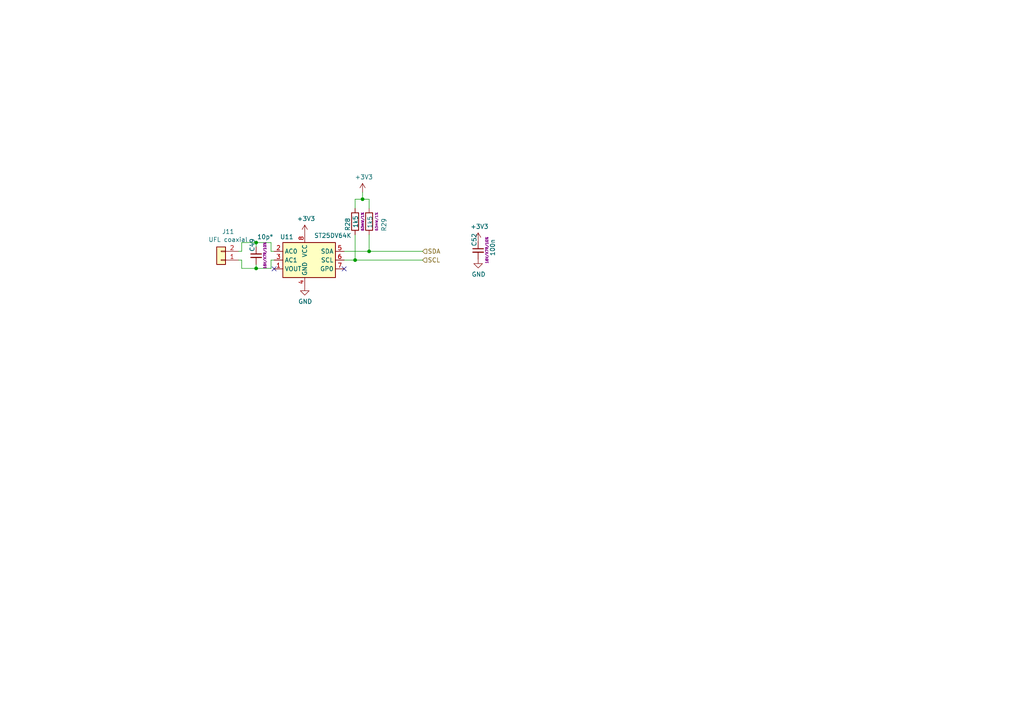
<source format=kicad_sch>
(kicad_sch (version 20211123) (generator eeschema)
  (paper "A4")
  (title_block (title "Buddy") (date "2019-10-24") (rev "v1.0.0") (company "PRUSA Research s.r.o.") (comment 1 "http://creativecommons.org/licenses/by-sa/4.0/") (comment 2 "Licensed under the Attribution-ShareAlike 4.0 International (CC BY-SA 4.0)"))
  (lib_symbols
    (symbol "BUDDY_v1.0.0-rescue:24LC00-Memory_EEPROM"
      (property "Reference" "U" (at -7.62 6.35 0))
      (property "Value" "24LC00-Memory_EEPROM" (at 2.54 -6.35 0))
      (symbol "24LC00-Memory_EEPROM_1_1"
        (rectangle (start -7.62 5.08) (end 7.62 -5.08) (stroke (width 0.254)) (fill (type background)))
        (pin input line (at -10.16 -2.54 0) (length 2.54) (name "VOUT") (number "1"))
        (pin input line (at -10.16 2.54 0) (length 2.54) (name "AC0") (number "2"))
        (pin input line (at -10.16 0 0) (length 2.54) (name "AC1") (number "3"))
        (pin power_in line (at -1.27 -7.62 90) (length 2.54) (name "GND") (number "4"))
        (pin bidirectional line (at 10.16 2.54 180) (length 2.54) (name "SDA") (number "5"))
        (pin input line (at 10.16 0 180) (length 2.54) (name "SCL") (number "6"))
        (pin input line (at 10.16 -2.54 180) (length 2.54) (name "GP0") (number "7"))
        (pin power_in line (at -1.27 7.62 270) (length 2.54) (name "VCC") (number "8"))
      )
    )
    (symbol "Connector_Generic:Conn_01x02" (pin_names (offset 1.016) hide)
      (property "Reference" "J" (at 0 2.54 0))
      (property "Value" "Conn_01x02" (at 0 -5.08 0))
      (symbol "Conn_01x02_1_1"
        (rectangle (start -1.27 -2.413) (end 0 -2.667) (stroke (width 0.1524)))
        (rectangle (start -1.27 0.127) (end 0 -0.127) (stroke (width 0.1524)))
        (rectangle (start -1.27 1.27) (end 1.27 -3.81) (stroke (width 0.254)) (fill (type background)))
        (pin passive line (at -5.08 0 0) (length 3.81) (name "Pin_1") (number "1"))
        (pin passive line (at -5.08 -2.54 0) (length 3.81) (name "Pin_2") (number "2"))
      )
    )
    (symbol "Device:C_Small" (pin_numbers hide) (pin_names (offset 0.254) hide)
      (property "Reference" "C" (at 0.254 1.778 0))
      (property "Value" "C_Small" (at 0.254 -2.032 0))
      (symbol "C_Small_0_1"
        (polyline (pts (xy -1.524 -0.508) (xy 1.524 -0.508)) (stroke (width 0.3302)))
        (polyline (pts (xy -1.524 0.508) (xy 1.524 0.508)) (stroke (width 0.3048)))
      )
      (symbol "C_Small_1_1"
        (pin passive line (at 0 2.54 270) (length 2.032) (name "~") (number "1"))
        (pin passive line (at 0 -2.54 90) (length 2.032) (name "~") (number "2"))
      )
    )
    (symbol "Device:R" (pin_numbers hide) (pin_names (offset 0))
      (property "Reference" "R" (at 2.032 0 90))
      (property "Value" "R" (at 0 0 90))
      (symbol "R_0_1"
        (rectangle (start -1.016 -2.54) (end 1.016 2.54) (stroke (width 0.254)))
      )
      (symbol "R_1_1"
        (pin passive line (at 0 3.81 270) (length 1.27) (name "~") (number "1"))
        (pin passive line (at 0 -3.81 90) (length 1.27) (name "~") (number "2"))
      )
    )
    (symbol "power:+3.3V" (power) (pin_names (offset 0))
      (property "Value" "+3.3V" (at 0 3.556 0))
      (symbol "+3.3V_0_1"
        (polyline (pts (xy -0.762 1.27) (xy 0 2.54)))
        (polyline (pts (xy 0 0) (xy 0 2.54)))
        (polyline (pts (xy 0 2.54) (xy 0.762 1.27)))
      )
      (symbol "+3.3V_1_1"
        (pin power_in line (at 0 0 90) (length 0) hide (name "+3V3") (number "1"))
      )
    )
    (symbol "power:GND" (power) (pin_names (offset 0))
      (property "Value" "GND" (at 0 -3.81 0))
      (symbol "GND_0_1"
        (polyline (pts (xy 0 0) (xy 0 -1.27) (xy 1.27 -1.27) (xy 0 -2.54) (xy -1.27 -1.27) (xy 0 -1.27)))
      )
      (symbol "GND_1_1"
        (pin power_in line (at 0 0 270) (length 0) hide (name "GND") (number "1"))
      )
    )
  )
  (junction (at 107.061 72.898))
  (junction (at 105.156 57.785))
  (junction (at 74.295 70.358))
  (junction (at 74.295 77.851))
  (junction (at 102.997 75.438))
  (no_connect (at 79.502 77.978))
  (no_connect (at 99.822 77.978))
  (wire (pts (xy 99.822 75.438) (xy 102.997 75.438)))
  (wire (pts (xy 107.061 68.072) (xy 107.061 72.898)))
  (wire (pts (xy 79.502 75.438) (xy 78.613 75.438)))
  (wire (pts (xy 99.822 72.898) (xy 107.061 72.898)))
  (wire (pts (xy 107.061 72.898) (xy 122.555 72.898)))
  (wire (pts (xy 78.613 75.438) (xy 78.613 77.851)))
  (wire (pts (xy 102.997 60.452) (xy 102.997 57.785)))
  (wire (pts (xy 78.613 72.898) (xy 78.613 70.358)))
  (wire (pts (xy 105.156 57.785) (xy 107.061 57.785)))
  (wire (pts (xy 78.613 70.358) (xy 74.295 70.358)))
  (wire (pts (xy 78.613 77.851) (xy 74.295 77.851)))
  (wire (pts (xy 107.061 57.785) (xy 107.061 60.452)))
  (wire (pts (xy 70.104 77.851) (xy 74.295 77.851)))
  (wire (pts (xy 70.104 70.358) (xy 74.295 70.358)))
  (wire (pts (xy 69.215 75.438) (xy 70.104 75.438)))
  (wire (pts (xy 74.295 76.708) (xy 74.295 77.851)))
  (wire (pts (xy 102.997 57.785) (xy 105.156 57.785)))
  (wire (pts (xy 69.215 72.898) (xy 70.104 72.898)))
  (wire (pts (xy 102.997 75.438) (xy 122.555 75.438)))
  (wire (pts (xy 70.104 70.358) (xy 70.104 72.898)))
  (wire (pts (xy 102.997 68.072) (xy 102.997 75.438)))
  (wire (pts (xy 70.104 77.851) (xy 70.104 75.438)))
  (wire (pts (xy 79.502 72.898) (xy 78.613 72.898)))
  (wire (pts (xy 105.156 57.785) (xy 105.156 55.753)))
  (wire (pts (xy 74.295 71.628) (xy 74.295 70.358)))
  (hierarchical_label "SCL" (shape input) (at 122.555 75.438 0))
  (hierarchical_label "SDA" (shape input) (at 122.555 72.898 0))
  (symbol (lib_id "Device:R") (at 102.997 64.262 180) (unit 1)
    (property "Reference" "R28" (at 100.838 63.119 90) (effects (justify left)))
    (property "Value" "1k5" (at 103.124 62.484 90) (effects (justify left)))
    (property "Footprint" "A3IDES_footprints:R_0402_1005Metric" (effects hide))
    (property "req" "63mW/1%" (at 105.156 64.262 90) (effects (font (size 0.7112 0.7112))))
  )
  (symbol (lib_id "Device:R") (at 107.061 64.262 180) (unit 1)
    (property "Reference" "R29" (at 111.379 63.246 90) (effects (justify left)))
    (property "Value" "1k5" (at 107.315 62.611 90) (effects (justify left)))
    (property "Footprint" "A3IDES_footprints:R_0402_1005Metric" (effects hide))
    (property "req" "63mW/1%" (at 109.22 64.262 90) (effects (font (size 0.7112 0.7112))))
  )
  (symbol (lib_id "power:+3.3V") (at 105.156 55.753 0) (unit 1)
    (property "Reference" "#PWR045" (effects hide))
    (property "Value" "+3.3V" (at 105.537 51.3588 0))
  )
  (symbol (lib_id "BUDDY_v1.0.0-rescue:24LC00-Memory_EEPROM") (at 89.662 75.438 0) (unit 1)
    (property "Reference" "U11" (at 83.185 68.707 0))
    (property "Value" "ST25DV64K" (at 96.52 68.326 0))
    (property "Footprint" "A3IDES_footprints:TSSOP-8_4.4x3mm_P0.65mm" (effects hide))
  )
  (symbol (lib_id "power:GND") (at 88.392 83.058 0) (unit 1)
    (property "Reference" "#PWR0187" (effects hide))
    (property "Value" "GND" (at 88.519 87.4522 0))
  )
  (symbol (lib_id "power:+3.3V") (at 88.392 67.818 0) (unit 1)
    (property "Reference" "#PWR0188" (effects hide))
    (property "Value" "+3.3V" (at 88.773 63.4238 0))
  )
  (symbol (lib_id "power:+3.3V") (at 138.684 70.104 0) (unit 1)
    (property "Reference" "#PWR0189" (effects hide))
    (property "Value" "+3.3V" (at 139.065 65.7098 0))
  )
  (symbol (lib_id "power:GND") (at 138.684 75.184 0) (unit 1)
    (property "Reference" "#PWR0190" (effects hide))
    (property "Value" "GND" (at 138.811 79.5782 0))
  )
  (symbol (lib_id "Connector_Generic:Conn_01x02") (at 64.135 75.438 180) (unit 1)
    (property "Reference" "J11" (at 66.167 67.183 0))
    (property "Value" "UFL coaxial" (at 66.167 69.4944 0))
    (property "Footprint" ".pretty:UFL-MOLEX-73412-0114" (effects hide))
  )
  (symbol (lib_id "Device:C_Small") (at 74.295 74.168 0) (unit 1)
    (property "Reference" "C49" (at 73.152 73.025 90) (effects (justify left)))
    (property "Value" "10p*" (at 74.549 68.707 0) (effects (justify left)))
    (property "Footprint" "A3IDES_footprints:C_0402_1005Metric" (effects hide))
    (property "req" "16V/X7R/10%" (at 76.835 77.978 90) (effects (font (size 0.7112 0.7112)) (justify left)))
  )
  (symbol (lib_id "Device:C_Small") (at 138.684 72.644 0) (unit 1)
    (property "Reference" "C52" (at 137.541 71.501 90) (effects (justify left)))
    (property "Value" "100n" (at 142.875 74.295 90) (effects (justify left)))
    (property "Footprint" "A3IDES_footprints:C_0402_1005Metric" (effects hide))
    (property "req" "16V/X7R/10%" (at 141.224 76.454 90) (effects (font (size 0.7112 0.7112)) (justify left)))
  )
)
</source>
